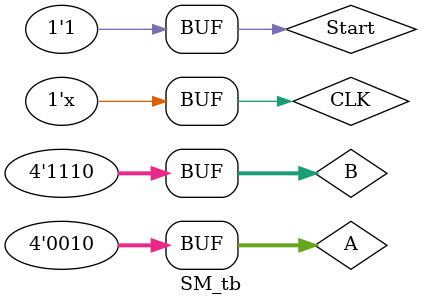
<source format=v>
`timescale 1ns/1ns 

 

module Serial_Multiplier(input CLK, input Start, input [3:0] A, input [3:0] B, output reg [7:0] P, output Done); 

reg [2:0] count = 0; 

reg [3:0] M; 

always @(posedge CLK or negedge Start) begin 

  if(~Start) begin 

    M <= B; 

    count <= 3'd0; 

    P <= 8'd0; 

  end 

  else if(count<4) begin 

    P <= (P<<1) + {M[3]&A[3], M[3]&A[2], M[3]&A[1], M[3]&A[0]}; 

    M <= M<<1; 

    count <= count+1; 

  end 

end 

assign Done = (count==4); 

endmodule 

 

//Testbench 

module SM_tb(); 

reg CLK=0, Start=1; 

reg [3:0] A=2, B=14; 

wire [7:0] P; 

always begin #5 CLK = ~CLK; end 

initial begin 

   #1 Start = 0; 

   #5 Start = 1; 

end 

Serial_Multiplier sm(.CLK(CLK), .Start(Start), .A(A), .B(B), .P(P), .Done(Done)); 

endmodule 

</source>
